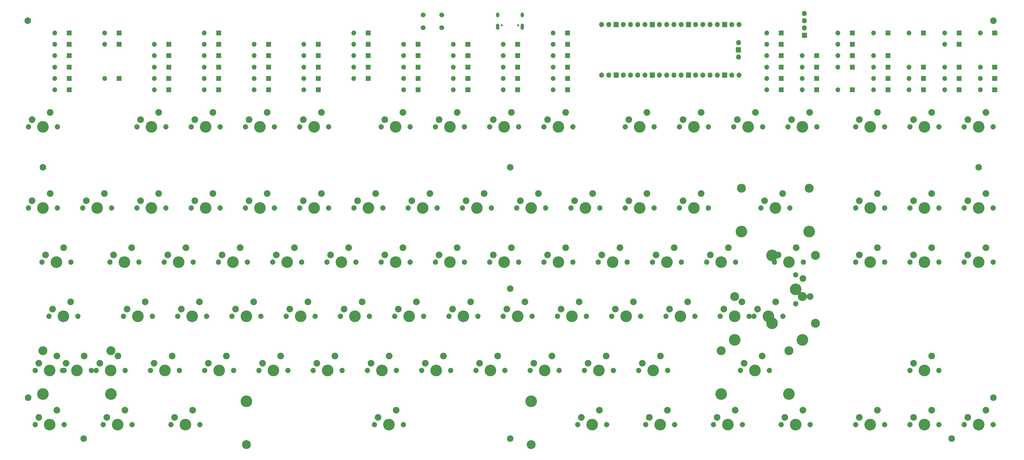
<source format=gbr>
%TF.GenerationSoftware,KiCad,Pcbnew,(5.1.9)-1*%
%TF.CreationDate,2021-04-15T20:32:39+01:00*%
%TF.ProjectId,ENV_KB,454e565f-4b42-42e6-9b69-6361645f7063,Rev.1*%
%TF.SameCoordinates,Original*%
%TF.FileFunction,Soldermask,Bot*%
%TF.FilePolarity,Negative*%
%FSLAX46Y46*%
G04 Gerber Fmt 4.6, Leading zero omitted, Abs format (unit mm)*
G04 Created by KiCad (PCBNEW (5.1.9)-1) date 2021-04-15 20:32:39*
%MOMM*%
%LPD*%
G01*
G04 APERTURE LIST*
%ADD10C,2.302000*%
%ADD11C,4.089800*%
%ADD12C,3.150000*%
%ADD13C,1.852000*%
%ADD14C,2.352000*%
%ADD15O,1.102000X1.702000*%
%ADD16C,0.752000*%
%ADD17O,1.102000X2.202000*%
%ADD18O,1.702000X1.702000*%
%ADD19C,1.702000*%
%ADD20O,1.802000X1.802000*%
%ADD21C,0.150000*%
G04 APERTURE END LIST*
D10*
%TO.C,H10*%
X473100000Y-161800000D03*
%TD*%
%TO.C,H9*%
X144550000Y-161800000D03*
%TD*%
%TO.C,H8*%
X308550000Y-204400000D03*
%TD*%
%TO.C,H7*%
X308550000Y-257150000D03*
%TD*%
%TO.C,H6*%
X308550000Y-161800000D03*
%TD*%
%TO.C,H5*%
X139350000Y-242750000D03*
%TD*%
D11*
%TO.C,K_63*%
X400570000Y-192737000D03*
X400570000Y-216613000D03*
D12*
X415810000Y-192737000D03*
X415810000Y-216613000D03*
D13*
X408825000Y-209755000D03*
X408825000Y-199595000D03*
D14*
X411365000Y-200865000D03*
D11*
X408825000Y-204675000D03*
D14*
X413905000Y-207215000D03*
%TD*%
%TO.C,K_64B1*%
X158990000Y-228170000D03*
D11*
X156450000Y-233250000D03*
D14*
X152640000Y-230710000D03*
D13*
X151370000Y-233250000D03*
X161530000Y-233250000D03*
D12*
X144543750Y-226265000D03*
X168356250Y-226265000D03*
D11*
X144543750Y-241505000D03*
X168356250Y-241505000D03*
%TD*%
D14*
%TO.C,K_63B1*%
X401840000Y-209090000D03*
D11*
X399300000Y-214170000D03*
D14*
X395490000Y-211630000D03*
D13*
X394220000Y-214170000D03*
X404380000Y-214170000D03*
D12*
X387393750Y-207185000D03*
X411206250Y-207185000D03*
D11*
X387393750Y-222425000D03*
X411206250Y-222425000D03*
%TD*%
D14*
%TO.C,K_46*%
X408990000Y-190045000D03*
D11*
X406450000Y-195125000D03*
D14*
X402640000Y-192585000D03*
D13*
X401370000Y-195125000D03*
X411530000Y-195125000D03*
%TD*%
D14*
%TO.C,K_33*%
X151827500Y-190070000D03*
D11*
X149287500Y-195150000D03*
D14*
X145477500Y-192610000D03*
D13*
X144207500Y-195150000D03*
X154367500Y-195150000D03*
%TD*%
D15*
%TO.C,J0*%
X304205000Y-108150000D03*
D16*
X305635000Y-111800000D03*
D15*
X312845000Y-108150000D03*
D16*
X311415000Y-111800000D03*
D17*
X312845000Y-112330000D03*
X304205000Y-112330000D03*
%TD*%
D14*
%TO.C,K_64*%
X149446250Y-228170000D03*
D11*
X146906250Y-233250000D03*
D14*
X143096250Y-230710000D03*
D13*
X141826250Y-233250000D03*
X151986250Y-233250000D03*
%TD*%
D14*
%TO.C,K_65*%
X170877500Y-228170000D03*
D11*
X168337500Y-233250000D03*
D14*
X164527500Y-230710000D03*
D13*
X163257500Y-233250000D03*
X173417500Y-233250000D03*
%TD*%
D14*
%TO.C,K_76*%
X397096250Y-228170000D03*
D11*
X394556250Y-233250000D03*
D14*
X390746250Y-230710000D03*
D13*
X389476250Y-233250000D03*
X399636250Y-233250000D03*
D12*
X382650000Y-226265000D03*
X406462500Y-226265000D03*
D11*
X382650000Y-241505000D03*
X406462500Y-241505000D03*
%TD*%
D14*
%TO.C,K_77*%
X456627500Y-228170000D03*
D11*
X454087500Y-233250000D03*
D14*
X450277500Y-230710000D03*
D13*
X449007500Y-233250000D03*
X459167500Y-233250000D03*
%TD*%
D14*
%TO.C,K_78*%
X149446250Y-247220000D03*
D11*
X146906250Y-252300000D03*
D14*
X143096250Y-249760000D03*
D13*
X141826250Y-252300000D03*
X151986250Y-252300000D03*
%TD*%
D11*
%TO.C,K_81*%
X315968650Y-244045000D03*
X215968850Y-244045000D03*
D12*
X315968650Y-259285000D03*
X215968850Y-259285000D03*
D13*
X271048750Y-252300000D03*
X260888750Y-252300000D03*
D14*
X262158750Y-249760000D03*
D11*
X265968750Y-252300000D03*
D14*
X268508750Y-247220000D03*
%TD*%
%TO.C,K_82*%
X339946250Y-247220000D03*
D11*
X337406250Y-252300000D03*
D14*
X333596250Y-249760000D03*
D13*
X332326250Y-252300000D03*
X342486250Y-252300000D03*
%TD*%
D14*
%TO.C,K_86*%
X437577500Y-247220000D03*
D11*
X435037500Y-252300000D03*
D14*
X431227500Y-249760000D03*
D13*
X429957500Y-252300000D03*
X440117500Y-252300000D03*
%TD*%
%TO.C,D63*%
G36*
G01*
X442081000Y-121700000D02*
X442081000Y-123300000D01*
G75*
G02*
X442030000Y-123351000I-51000J0D01*
G01*
X440430000Y-123351000D01*
G75*
G02*
X440379000Y-123300000I0J51000D01*
G01*
X440379000Y-121700000D01*
G75*
G02*
X440430000Y-121649000I51000J0D01*
G01*
X442030000Y-121649000D01*
G75*
G02*
X442081000Y-121700000I0J-51000D01*
G01*
G37*
D18*
X436150000Y-122500000D03*
%TD*%
D19*
%TO.C,SW-RST0*%
X284550000Y-112650000D03*
X284550000Y-108150000D03*
X278050000Y-112650000D03*
X278050000Y-108150000D03*
%TD*%
D10*
%TO.C,H4*%
X478300000Y-242750000D03*
%TD*%
%TO.C,H3*%
X158825000Y-257150000D03*
%TD*%
%TO.C,H2*%
X463615000Y-257150000D03*
%TD*%
%TO.C,H1*%
X478225000Y-110225000D03*
%TD*%
%TO.C,H0*%
X139150000Y-110225000D03*
%TD*%
D20*
%TO.C,I2CHeader0*%
X411900000Y-107680000D03*
X411900000Y-110220000D03*
X411900000Y-112760000D03*
G36*
G01*
X412801000Y-114450000D02*
X412801000Y-116150000D01*
G75*
G02*
X412750000Y-116201000I-51000J0D01*
G01*
X411050000Y-116201000D01*
G75*
G02*
X410999000Y-116150000I0J51000D01*
G01*
X410999000Y-114450000D01*
G75*
G02*
X411050000Y-114399000I51000J0D01*
G01*
X412750000Y-114399000D01*
G75*
G02*
X412801000Y-114450000I0J-51000D01*
G01*
G37*
%TD*%
D18*
%TO.C,D10*%
X411100000Y-134500000D03*
G36*
G01*
X417031000Y-133700000D02*
X417031000Y-135300000D01*
G75*
G02*
X416980000Y-135351000I-51000J0D01*
G01*
X415380000Y-135351000D01*
G75*
G02*
X415329000Y-135300000I0J51000D01*
G01*
X415329000Y-133700000D01*
G75*
G02*
X415380000Y-133649000I51000J0D01*
G01*
X416980000Y-133649000D01*
G75*
G02*
X417031000Y-133700000I0J-51000D01*
G01*
G37*
%TD*%
%TO.C,D11*%
X423650000Y-134500000D03*
G36*
G01*
X429581000Y-133700000D02*
X429581000Y-135300000D01*
G75*
G02*
X429530000Y-135351000I-51000J0D01*
G01*
X427930000Y-135351000D01*
G75*
G02*
X427879000Y-135300000I0J51000D01*
G01*
X427879000Y-133700000D01*
G75*
G02*
X427930000Y-133649000I51000J0D01*
G01*
X429530000Y-133649000D01*
G75*
G02*
X429581000Y-133700000I0J-51000D01*
G01*
G37*
%TD*%
D20*
%TO.C,RPI0*%
X340720000Y-129340000D03*
X343260000Y-129340000D03*
G36*
G01*
X346650000Y-130241000D02*
X344950000Y-130241000D01*
G75*
G02*
X344899000Y-130190000I0J51000D01*
G01*
X344899000Y-128490000D01*
G75*
G02*
X344950000Y-128439000I51000J0D01*
G01*
X346650000Y-128439000D01*
G75*
G02*
X346701000Y-128490000I0J-51000D01*
G01*
X346701000Y-130190000D01*
G75*
G02*
X346650000Y-130241000I-51000J0D01*
G01*
G37*
X348340000Y-129340000D03*
X350880000Y-129340000D03*
X353420000Y-129340000D03*
X355960000Y-129340000D03*
G36*
G01*
X359350000Y-130241000D02*
X357650000Y-130241000D01*
G75*
G02*
X357599000Y-130190000I0J51000D01*
G01*
X357599000Y-128490000D01*
G75*
G02*
X357650000Y-128439000I51000J0D01*
G01*
X359350000Y-128439000D01*
G75*
G02*
X359401000Y-128490000I0J-51000D01*
G01*
X359401000Y-130190000D01*
G75*
G02*
X359350000Y-130241000I-51000J0D01*
G01*
G37*
X361040000Y-129340000D03*
X363580000Y-129340000D03*
X366120000Y-129340000D03*
X368660000Y-129340000D03*
G36*
G01*
X372050000Y-130241000D02*
X370350000Y-130241000D01*
G75*
G02*
X370299000Y-130190000I0J51000D01*
G01*
X370299000Y-128490000D01*
G75*
G02*
X370350000Y-128439000I51000J0D01*
G01*
X372050000Y-128439000D01*
G75*
G02*
X372101000Y-128490000I0J-51000D01*
G01*
X372101000Y-130190000D01*
G75*
G02*
X372050000Y-130241000I-51000J0D01*
G01*
G37*
X373740000Y-129340000D03*
X376280000Y-129340000D03*
X378820000Y-129340000D03*
X381360000Y-129340000D03*
G36*
G01*
X384750000Y-130241000D02*
X383050000Y-130241000D01*
G75*
G02*
X382999000Y-130190000I0J51000D01*
G01*
X382999000Y-128490000D01*
G75*
G02*
X383050000Y-128439000I51000J0D01*
G01*
X384750000Y-128439000D01*
G75*
G02*
X384801000Y-128490000I0J-51000D01*
G01*
X384801000Y-130190000D01*
G75*
G02*
X384750000Y-130241000I-51000J0D01*
G01*
G37*
X386440000Y-129340000D03*
X388980000Y-129340000D03*
X388980000Y-111560000D03*
X386440000Y-111560000D03*
G36*
G01*
X384750000Y-112461000D02*
X383050000Y-112461000D01*
G75*
G02*
X382999000Y-112410000I0J51000D01*
G01*
X382999000Y-110710000D01*
G75*
G02*
X383050000Y-110659000I51000J0D01*
G01*
X384750000Y-110659000D01*
G75*
G02*
X384801000Y-110710000I0J-51000D01*
G01*
X384801000Y-112410000D01*
G75*
G02*
X384750000Y-112461000I-51000J0D01*
G01*
G37*
X381360000Y-111560000D03*
X378820000Y-111560000D03*
X376280000Y-111560000D03*
X373740000Y-111560000D03*
G36*
G01*
X372050000Y-112461000D02*
X370350000Y-112461000D01*
G75*
G02*
X370299000Y-112410000I0J51000D01*
G01*
X370299000Y-110710000D01*
G75*
G02*
X370350000Y-110659000I51000J0D01*
G01*
X372050000Y-110659000D01*
G75*
G02*
X372101000Y-110710000I0J-51000D01*
G01*
X372101000Y-112410000D01*
G75*
G02*
X372050000Y-112461000I-51000J0D01*
G01*
G37*
X368660000Y-111560000D03*
X366120000Y-111560000D03*
X363580000Y-111560000D03*
X361040000Y-111560000D03*
G36*
G01*
X359350000Y-112461000D02*
X357650000Y-112461000D01*
G75*
G02*
X357599000Y-112410000I0J51000D01*
G01*
X357599000Y-110710000D01*
G75*
G02*
X357650000Y-110659000I51000J0D01*
G01*
X359350000Y-110659000D01*
G75*
G02*
X359401000Y-110710000I0J-51000D01*
G01*
X359401000Y-112410000D01*
G75*
G02*
X359350000Y-112461000I-51000J0D01*
G01*
G37*
X355960000Y-111560000D03*
X353420000Y-111560000D03*
X350880000Y-111560000D03*
X348340000Y-111560000D03*
G36*
G01*
X346650000Y-112461000D02*
X344950000Y-112461000D01*
G75*
G02*
X344899000Y-112410000I0J51000D01*
G01*
X344899000Y-110710000D01*
G75*
G02*
X344950000Y-110659000I51000J0D01*
G01*
X346650000Y-110659000D01*
G75*
G02*
X346701000Y-110710000I0J-51000D01*
G01*
X346701000Y-112410000D01*
G75*
G02*
X346650000Y-112461000I-51000J0D01*
G01*
G37*
X343260000Y-111560000D03*
X340720000Y-111560000D03*
X388750000Y-122990000D03*
G36*
G01*
X389600000Y-121351000D02*
X387900000Y-121351000D01*
G75*
G02*
X387849000Y-121300000I0J51000D01*
G01*
X387849000Y-119600000D01*
G75*
G02*
X387900000Y-119549000I51000J0D01*
G01*
X389600000Y-119549000D01*
G75*
G02*
X389651000Y-119600000I0J-51000D01*
G01*
X389651000Y-121300000D01*
G75*
G02*
X389600000Y-121351000I-51000J0D01*
G01*
G37*
X388750000Y-117910000D03*
%TD*%
D14*
%TO.C,K_29*%
X404240000Y-171020000D03*
D11*
X401700000Y-176100000D03*
D14*
X397890000Y-173560000D03*
D13*
X396620000Y-176100000D03*
X406780000Y-176100000D03*
D12*
X389793750Y-169115000D03*
X413606250Y-169115000D03*
D11*
X389793750Y-184355000D03*
X413606250Y-184355000D03*
%TD*%
D14*
%TO.C,K_50*%
X154208750Y-209120000D03*
D11*
X151668750Y-214200000D03*
D14*
X147858750Y-211660000D03*
D13*
X146588750Y-214200000D03*
X156748750Y-214200000D03*
%TD*%
D14*
%TO.C,K_79*%
X173258750Y-247220000D03*
D11*
X170718750Y-252300000D03*
D14*
X166908750Y-249760000D03*
D13*
X165638750Y-252300000D03*
X175798750Y-252300000D03*
%TD*%
D14*
%TO.C,K_80*%
X197071250Y-247220000D03*
D11*
X194531250Y-252300000D03*
D14*
X190721250Y-249760000D03*
D13*
X189451250Y-252300000D03*
X199611250Y-252300000D03*
%TD*%
D14*
%TO.C,K_83*%
X363758750Y-247220000D03*
D11*
X361218750Y-252300000D03*
D14*
X357408750Y-249760000D03*
D13*
X356138750Y-252300000D03*
X366298750Y-252300000D03*
%TD*%
D14*
%TO.C,K_84*%
X387571250Y-247220000D03*
D11*
X385031250Y-252300000D03*
D14*
X381221250Y-249760000D03*
D13*
X379951250Y-252300000D03*
X390111250Y-252300000D03*
%TD*%
D14*
%TO.C,K_85*%
X411383750Y-247220000D03*
D11*
X408843750Y-252300000D03*
D14*
X405033750Y-249760000D03*
D13*
X403763750Y-252300000D03*
X413923750Y-252300000D03*
%TD*%
D14*
%TO.C,K_0*%
X147065000Y-142445000D03*
D11*
X144525000Y-147525000D03*
D14*
X140715000Y-144985000D03*
D13*
X139445000Y-147525000D03*
X149605000Y-147525000D03*
%TD*%
D14*
%TO.C,K_1*%
X185165000Y-142445000D03*
D11*
X182625000Y-147525000D03*
D14*
X178815000Y-144985000D03*
D13*
X177545000Y-147525000D03*
X187705000Y-147525000D03*
%TD*%
D14*
%TO.C,K_2*%
X204215000Y-142445000D03*
D11*
X201675000Y-147525000D03*
D14*
X197865000Y-144985000D03*
D13*
X196595000Y-147525000D03*
X206755000Y-147525000D03*
%TD*%
D14*
%TO.C,K_3*%
X223265000Y-142445000D03*
D11*
X220725000Y-147525000D03*
D14*
X216915000Y-144985000D03*
D13*
X215645000Y-147525000D03*
X225805000Y-147525000D03*
%TD*%
D14*
%TO.C,K_5*%
X270890000Y-142445000D03*
D11*
X268350000Y-147525000D03*
D14*
X264540000Y-144985000D03*
D13*
X263270000Y-147525000D03*
X273430000Y-147525000D03*
%TD*%
D14*
%TO.C,K_7*%
X308990000Y-142445000D03*
D11*
X306450000Y-147525000D03*
D14*
X302640000Y-144985000D03*
D13*
X301370000Y-147525000D03*
X311530000Y-147525000D03*
%TD*%
D14*
%TO.C,K_9*%
X356615000Y-142445000D03*
D11*
X354075000Y-147525000D03*
D14*
X350265000Y-144985000D03*
D13*
X348995000Y-147525000D03*
X359155000Y-147525000D03*
%TD*%
D14*
%TO.C,K_10*%
X375665000Y-142445000D03*
D11*
X373125000Y-147525000D03*
D14*
X369315000Y-144985000D03*
D13*
X368045000Y-147525000D03*
X378205000Y-147525000D03*
%TD*%
D14*
%TO.C,K_11*%
X394715000Y-142445000D03*
D11*
X392175000Y-147525000D03*
D14*
X388365000Y-144985000D03*
D13*
X387095000Y-147525000D03*
X397255000Y-147525000D03*
%TD*%
D14*
%TO.C,K_12*%
X413765000Y-142445000D03*
D11*
X411225000Y-147525000D03*
D14*
X407415000Y-144985000D03*
D13*
X406145000Y-147525000D03*
X416305000Y-147525000D03*
%TD*%
D14*
%TO.C,K_13*%
X437577500Y-142445000D03*
D11*
X435037500Y-147525000D03*
D14*
X431227500Y-144985000D03*
D13*
X429957500Y-147525000D03*
X440117500Y-147525000D03*
%TD*%
D14*
%TO.C,K_14*%
X456627500Y-142445000D03*
D11*
X454087500Y-147525000D03*
D14*
X450277500Y-144985000D03*
D13*
X449007500Y-147525000D03*
X459167500Y-147525000D03*
%TD*%
D14*
%TO.C,K_15*%
X475677500Y-142445000D03*
D11*
X473137500Y-147525000D03*
D14*
X469327500Y-144985000D03*
D13*
X468057500Y-147525000D03*
X478217500Y-147525000D03*
%TD*%
D14*
%TO.C,K_16*%
X147065000Y-171020000D03*
D11*
X144525000Y-176100000D03*
D14*
X140715000Y-173560000D03*
D13*
X139445000Y-176100000D03*
X149605000Y-176100000D03*
%TD*%
D14*
%TO.C,K_17*%
X166115000Y-171020000D03*
D11*
X163575000Y-176100000D03*
D14*
X159765000Y-173560000D03*
D13*
X158495000Y-176100000D03*
X168655000Y-176100000D03*
%TD*%
D14*
%TO.C,K_19*%
X204215000Y-171020000D03*
D11*
X201675000Y-176100000D03*
D14*
X197865000Y-173560000D03*
D13*
X196595000Y-176100000D03*
X206755000Y-176100000D03*
%TD*%
D14*
%TO.C,K_20*%
X223265000Y-171020000D03*
D11*
X220725000Y-176100000D03*
D14*
X216915000Y-173560000D03*
D13*
X215645000Y-176100000D03*
X225805000Y-176100000D03*
%TD*%
D14*
%TO.C,K_21*%
X242315000Y-171020000D03*
D11*
X239775000Y-176100000D03*
D14*
X235965000Y-173560000D03*
D13*
X234695000Y-176100000D03*
X244855000Y-176100000D03*
%TD*%
D14*
%TO.C,K_22*%
X261365000Y-171020000D03*
D11*
X258825000Y-176100000D03*
D14*
X255015000Y-173560000D03*
D13*
X253745000Y-176100000D03*
X263905000Y-176100000D03*
%TD*%
D14*
%TO.C,K_23*%
X280415000Y-171020000D03*
D11*
X277875000Y-176100000D03*
D14*
X274065000Y-173560000D03*
D13*
X272795000Y-176100000D03*
X282955000Y-176100000D03*
%TD*%
D14*
%TO.C,K_24*%
X299465000Y-171020000D03*
D11*
X296925000Y-176100000D03*
D14*
X293115000Y-173560000D03*
D13*
X291845000Y-176100000D03*
X302005000Y-176100000D03*
%TD*%
D14*
%TO.C,K_25*%
X318515000Y-171020000D03*
D11*
X315975000Y-176100000D03*
D14*
X312165000Y-173560000D03*
D13*
X310895000Y-176100000D03*
X321055000Y-176100000D03*
%TD*%
D14*
%TO.C,K_26*%
X337565000Y-171020000D03*
D11*
X335025000Y-176100000D03*
D14*
X331215000Y-173560000D03*
D13*
X329945000Y-176100000D03*
X340105000Y-176100000D03*
%TD*%
D14*
%TO.C,K_27*%
X356615000Y-171020000D03*
D11*
X354075000Y-176100000D03*
D14*
X350265000Y-173560000D03*
D13*
X348995000Y-176100000D03*
X359155000Y-176100000D03*
%TD*%
D14*
%TO.C,K_28*%
X375665000Y-171020000D03*
D11*
X373125000Y-176100000D03*
D14*
X369315000Y-173560000D03*
D13*
X368045000Y-176100000D03*
X378205000Y-176100000D03*
%TD*%
D14*
%TO.C,K_30*%
X437577500Y-171020000D03*
D11*
X435037500Y-176100000D03*
D14*
X431227500Y-173560000D03*
D13*
X429957500Y-176100000D03*
X440117500Y-176100000D03*
%TD*%
D14*
%TO.C,K_31*%
X456627500Y-171020000D03*
D11*
X454087500Y-176100000D03*
D14*
X450277500Y-173560000D03*
D13*
X449007500Y-176100000D03*
X459167500Y-176100000D03*
%TD*%
D14*
%TO.C,K_32*%
X475677500Y-171020000D03*
D11*
X473137500Y-176100000D03*
D14*
X469327500Y-173560000D03*
D13*
X468057500Y-176100000D03*
X478217500Y-176100000D03*
%TD*%
D14*
%TO.C,K_34*%
X175640000Y-190070000D03*
D11*
X173100000Y-195150000D03*
D14*
X169290000Y-192610000D03*
D13*
X168020000Y-195150000D03*
X178180000Y-195150000D03*
%TD*%
D14*
%TO.C,K_35*%
X194690000Y-190070000D03*
D11*
X192150000Y-195150000D03*
D14*
X188340000Y-192610000D03*
D13*
X187070000Y-195150000D03*
X197230000Y-195150000D03*
%TD*%
D14*
%TO.C,K_36*%
X213740000Y-190070000D03*
D11*
X211200000Y-195150000D03*
D14*
X207390000Y-192610000D03*
D13*
X206120000Y-195150000D03*
X216280000Y-195150000D03*
%TD*%
D14*
%TO.C,K_37*%
X232790000Y-190070000D03*
D11*
X230250000Y-195150000D03*
D14*
X226440000Y-192610000D03*
D13*
X225170000Y-195150000D03*
X235330000Y-195150000D03*
%TD*%
D14*
%TO.C,K_38*%
X251840000Y-190070000D03*
D11*
X249300000Y-195150000D03*
D14*
X245490000Y-192610000D03*
D13*
X244220000Y-195150000D03*
X254380000Y-195150000D03*
%TD*%
D14*
%TO.C,K_39*%
X270890000Y-190070000D03*
D11*
X268350000Y-195150000D03*
D14*
X264540000Y-192610000D03*
D13*
X263270000Y-195150000D03*
X273430000Y-195150000D03*
%TD*%
D14*
%TO.C,K_40*%
X289940000Y-190070000D03*
D11*
X287400000Y-195150000D03*
D14*
X283590000Y-192610000D03*
D13*
X282320000Y-195150000D03*
X292480000Y-195150000D03*
%TD*%
D14*
%TO.C,K_41*%
X308990000Y-190070000D03*
D11*
X306450000Y-195150000D03*
D14*
X302640000Y-192610000D03*
D13*
X301370000Y-195150000D03*
X311530000Y-195150000D03*
%TD*%
D14*
%TO.C,K_42*%
X328040000Y-190070000D03*
D11*
X325500000Y-195150000D03*
D14*
X321690000Y-192610000D03*
D13*
X320420000Y-195150000D03*
X330580000Y-195150000D03*
%TD*%
D14*
%TO.C,K_43*%
X347090000Y-190070000D03*
D11*
X344550000Y-195150000D03*
D14*
X340740000Y-192610000D03*
D13*
X339470000Y-195150000D03*
X349630000Y-195150000D03*
%TD*%
D14*
%TO.C,K_44*%
X366140000Y-190070000D03*
D11*
X363600000Y-195150000D03*
D14*
X359790000Y-192610000D03*
D13*
X358520000Y-195150000D03*
X368680000Y-195150000D03*
%TD*%
D14*
%TO.C,K_45*%
X385190000Y-190070000D03*
D11*
X382650000Y-195150000D03*
D14*
X378840000Y-192610000D03*
D13*
X377570000Y-195150000D03*
X387730000Y-195150000D03*
%TD*%
D14*
%TO.C,K_47*%
X437577500Y-190070000D03*
D11*
X435037500Y-195150000D03*
D14*
X431227500Y-192610000D03*
D13*
X429957500Y-195150000D03*
X440117500Y-195150000D03*
%TD*%
D14*
%TO.C,K_48*%
X456627500Y-190070000D03*
D11*
X454087500Y-195150000D03*
D14*
X450277500Y-192610000D03*
D13*
X449007500Y-195150000D03*
X459167500Y-195150000D03*
%TD*%
D14*
%TO.C,K_49*%
X475677500Y-190070000D03*
D11*
X473137500Y-195150000D03*
D14*
X469327500Y-192610000D03*
D13*
X468057500Y-195150000D03*
X478217500Y-195150000D03*
%TD*%
D14*
%TO.C,K_51*%
X180402500Y-209120000D03*
D11*
X177862500Y-214200000D03*
D14*
X174052500Y-211660000D03*
D13*
X172782500Y-214200000D03*
X182942500Y-214200000D03*
%TD*%
D14*
%TO.C,K_52*%
X199452500Y-209120000D03*
D11*
X196912500Y-214200000D03*
D14*
X193102500Y-211660000D03*
D13*
X191832500Y-214200000D03*
X201992500Y-214200000D03*
%TD*%
D14*
%TO.C,K_53*%
X218502500Y-209120000D03*
D11*
X215962500Y-214200000D03*
D14*
X212152500Y-211660000D03*
D13*
X210882500Y-214200000D03*
X221042500Y-214200000D03*
%TD*%
D14*
%TO.C,K_54*%
X237552500Y-209120000D03*
D11*
X235012500Y-214200000D03*
D14*
X231202500Y-211660000D03*
D13*
X229932500Y-214200000D03*
X240092500Y-214200000D03*
%TD*%
D14*
%TO.C,K_55*%
X256602500Y-209120000D03*
D11*
X254062500Y-214200000D03*
D14*
X250252500Y-211660000D03*
D13*
X248982500Y-214200000D03*
X259142500Y-214200000D03*
%TD*%
D14*
%TO.C,K_56*%
X275652500Y-209120000D03*
D11*
X273112500Y-214200000D03*
D14*
X269302500Y-211660000D03*
D13*
X268032500Y-214200000D03*
X278192500Y-214200000D03*
%TD*%
D14*
%TO.C,K_57*%
X294702500Y-209120000D03*
D11*
X292162500Y-214200000D03*
D14*
X288352500Y-211660000D03*
D13*
X287082500Y-214200000D03*
X297242500Y-214200000D03*
%TD*%
D14*
%TO.C,K_58*%
X313752500Y-209120000D03*
D11*
X311212500Y-214200000D03*
D14*
X307402500Y-211660000D03*
D13*
X306132500Y-214200000D03*
X316292500Y-214200000D03*
%TD*%
D14*
%TO.C,K_59*%
X332802500Y-209120000D03*
D11*
X330262500Y-214200000D03*
D14*
X326452500Y-211660000D03*
D13*
X325182500Y-214200000D03*
X335342500Y-214200000D03*
%TD*%
D14*
%TO.C,K_60*%
X351852500Y-209120000D03*
D11*
X349312500Y-214200000D03*
D14*
X345502500Y-211660000D03*
D13*
X344232500Y-214200000D03*
X354392500Y-214200000D03*
%TD*%
D14*
%TO.C,K_61*%
X370902500Y-209120000D03*
D11*
X368362500Y-214200000D03*
D14*
X364552500Y-211660000D03*
D13*
X363282500Y-214200000D03*
X373442500Y-214200000D03*
%TD*%
D14*
%TO.C,K_62*%
X389952500Y-209120000D03*
D11*
X387412500Y-214200000D03*
D14*
X383602500Y-211660000D03*
D13*
X382332500Y-214200000D03*
X392492500Y-214200000D03*
%TD*%
D14*
%TO.C,K_66*%
X189927500Y-228170000D03*
D11*
X187387500Y-233250000D03*
D14*
X183577500Y-230710000D03*
D13*
X182307500Y-233250000D03*
X192467500Y-233250000D03*
%TD*%
D14*
%TO.C,K_67*%
X208977500Y-228170000D03*
D11*
X206437500Y-233250000D03*
D14*
X202627500Y-230710000D03*
D13*
X201357500Y-233250000D03*
X211517500Y-233250000D03*
%TD*%
D14*
%TO.C,K_68*%
X228027500Y-228170000D03*
D11*
X225487500Y-233250000D03*
D14*
X221677500Y-230710000D03*
D13*
X220407500Y-233250000D03*
X230567500Y-233250000D03*
%TD*%
D14*
%TO.C,K_69*%
X247077500Y-228170000D03*
D11*
X244537500Y-233250000D03*
D14*
X240727500Y-230710000D03*
D13*
X239457500Y-233250000D03*
X249617500Y-233250000D03*
%TD*%
D14*
%TO.C,K_70*%
X266127500Y-228170000D03*
D11*
X263587500Y-233250000D03*
D14*
X259777500Y-230710000D03*
D13*
X258507500Y-233250000D03*
X268667500Y-233250000D03*
%TD*%
D14*
%TO.C,K_71*%
X285177500Y-228170000D03*
D11*
X282637500Y-233250000D03*
D14*
X278827500Y-230710000D03*
D13*
X277557500Y-233250000D03*
X287717500Y-233250000D03*
%TD*%
D14*
%TO.C,K_72*%
X304227500Y-228170000D03*
D11*
X301687500Y-233250000D03*
D14*
X297877500Y-230710000D03*
D13*
X296607500Y-233250000D03*
X306767500Y-233250000D03*
%TD*%
D14*
%TO.C,K_73*%
X323277500Y-228170000D03*
D11*
X320737500Y-233250000D03*
D14*
X316927500Y-230710000D03*
D13*
X315657500Y-233250000D03*
X325817500Y-233250000D03*
%TD*%
D14*
%TO.C,K_74*%
X342327500Y-228170000D03*
D11*
X339787500Y-233250000D03*
D14*
X335977500Y-230710000D03*
D13*
X334707500Y-233250000D03*
X344867500Y-233250000D03*
%TD*%
D14*
%TO.C,K_75*%
X361377500Y-228170000D03*
D11*
X358837500Y-233250000D03*
D14*
X355027500Y-230710000D03*
D13*
X353757500Y-233250000D03*
X363917500Y-233250000D03*
%TD*%
D14*
%TO.C,K_87*%
X456627500Y-247220000D03*
D11*
X454087500Y-252300000D03*
D14*
X450277500Y-249760000D03*
D13*
X449007500Y-252300000D03*
X459167500Y-252300000D03*
%TD*%
D14*
%TO.C,K_88*%
X475677500Y-247220000D03*
D11*
X473137500Y-252300000D03*
D14*
X469327500Y-249760000D03*
D13*
X468057500Y-252300000D03*
X478217500Y-252300000D03*
%TD*%
D14*
%TO.C,K_18*%
X185165000Y-171020000D03*
D11*
X182625000Y-176100000D03*
D14*
X178815000Y-173560000D03*
D13*
X177545000Y-176100000D03*
X187705000Y-176100000D03*
%TD*%
D14*
%TO.C,K_4*%
X242315000Y-142445000D03*
D11*
X239775000Y-147525000D03*
D14*
X235965000Y-144985000D03*
D13*
X234695000Y-147525000D03*
X244855000Y-147525000D03*
%TD*%
D14*
%TO.C,K_6*%
X289940000Y-142445000D03*
D11*
X287400000Y-147525000D03*
D14*
X283590000Y-144985000D03*
D13*
X282320000Y-147525000D03*
X292480000Y-147525000D03*
%TD*%
D14*
%TO.C,K_8*%
X328040000Y-142445000D03*
D11*
X325500000Y-147525000D03*
D14*
X321690000Y-144985000D03*
D13*
X320420000Y-147525000D03*
X330580000Y-147525000D03*
%TD*%
D18*
%TO.C,D0*%
X148650000Y-134500000D03*
G36*
G01*
X154581000Y-133700000D02*
X154581000Y-135300000D01*
G75*
G02*
X154530000Y-135351000I-51000J0D01*
G01*
X152930000Y-135351000D01*
G75*
G02*
X152879000Y-135300000I0J51000D01*
G01*
X152879000Y-133700000D01*
G75*
G02*
X152930000Y-133649000I51000J0D01*
G01*
X154530000Y-133649000D01*
G75*
G02*
X154581000Y-133700000I0J-51000D01*
G01*
G37*
%TD*%
%TO.C,D1*%
X183650000Y-134500000D03*
G36*
G01*
X189581000Y-133700000D02*
X189581000Y-135300000D01*
G75*
G02*
X189530000Y-135351000I-51000J0D01*
G01*
X187930000Y-135351000D01*
G75*
G02*
X187879000Y-135300000I0J51000D01*
G01*
X187879000Y-133700000D01*
G75*
G02*
X187930000Y-133649000I51000J0D01*
G01*
X189530000Y-133649000D01*
G75*
G02*
X189581000Y-133700000I0J-51000D01*
G01*
G37*
%TD*%
%TO.C,D2*%
X201150000Y-134500000D03*
G36*
G01*
X207081000Y-133700000D02*
X207081000Y-135300000D01*
G75*
G02*
X207030000Y-135351000I-51000J0D01*
G01*
X205430000Y-135351000D01*
G75*
G02*
X205379000Y-135300000I0J51000D01*
G01*
X205379000Y-133700000D01*
G75*
G02*
X205430000Y-133649000I51000J0D01*
G01*
X207030000Y-133649000D01*
G75*
G02*
X207081000Y-133700000I0J-51000D01*
G01*
G37*
%TD*%
%TO.C,D3*%
X218650000Y-134500000D03*
G36*
G01*
X224581000Y-133700000D02*
X224581000Y-135300000D01*
G75*
G02*
X224530000Y-135351000I-51000J0D01*
G01*
X222930000Y-135351000D01*
G75*
G02*
X222879000Y-135300000I0J51000D01*
G01*
X222879000Y-133700000D01*
G75*
G02*
X222930000Y-133649000I51000J0D01*
G01*
X224530000Y-133649000D01*
G75*
G02*
X224581000Y-133700000I0J-51000D01*
G01*
G37*
%TD*%
%TO.C,D4*%
X236150000Y-134500000D03*
G36*
G01*
X242081000Y-133700000D02*
X242081000Y-135300000D01*
G75*
G02*
X242030000Y-135351000I-51000J0D01*
G01*
X240430000Y-135351000D01*
G75*
G02*
X240379000Y-135300000I0J51000D01*
G01*
X240379000Y-133700000D01*
G75*
G02*
X240430000Y-133649000I51000J0D01*
G01*
X242030000Y-133649000D01*
G75*
G02*
X242081000Y-133700000I0J-51000D01*
G01*
G37*
%TD*%
%TO.C,D5*%
X271150000Y-134500000D03*
G36*
G01*
X277081000Y-133700000D02*
X277081000Y-135300000D01*
G75*
G02*
X277030000Y-135351000I-51000J0D01*
G01*
X275430000Y-135351000D01*
G75*
G02*
X275379000Y-135300000I0J51000D01*
G01*
X275379000Y-133700000D01*
G75*
G02*
X275430000Y-133649000I51000J0D01*
G01*
X277030000Y-133649000D01*
G75*
G02*
X277081000Y-133700000I0J-51000D01*
G01*
G37*
%TD*%
%TO.C,D6*%
X288650000Y-134500000D03*
G36*
G01*
X294581000Y-133700000D02*
X294581000Y-135300000D01*
G75*
G02*
X294530000Y-135351000I-51000J0D01*
G01*
X292930000Y-135351000D01*
G75*
G02*
X292879000Y-135300000I0J51000D01*
G01*
X292879000Y-133700000D01*
G75*
G02*
X292930000Y-133649000I51000J0D01*
G01*
X294530000Y-133649000D01*
G75*
G02*
X294581000Y-133700000I0J-51000D01*
G01*
G37*
%TD*%
%TO.C,D9*%
X398650000Y-134500000D03*
G36*
G01*
X404581000Y-133700000D02*
X404581000Y-135300000D01*
G75*
G02*
X404530000Y-135351000I-51000J0D01*
G01*
X402930000Y-135351000D01*
G75*
G02*
X402879000Y-135300000I0J51000D01*
G01*
X402879000Y-133700000D01*
G75*
G02*
X402930000Y-133649000I51000J0D01*
G01*
X404530000Y-133649000D01*
G75*
G02*
X404581000Y-133700000I0J-51000D01*
G01*
G37*
%TD*%
%TO.C,D12*%
X436150000Y-134500000D03*
G36*
G01*
X442081000Y-133700000D02*
X442081000Y-135300000D01*
G75*
G02*
X442030000Y-135351000I-51000J0D01*
G01*
X440430000Y-135351000D01*
G75*
G02*
X440379000Y-135300000I0J51000D01*
G01*
X440379000Y-133700000D01*
G75*
G02*
X440430000Y-133649000I51000J0D01*
G01*
X442030000Y-133649000D01*
G75*
G02*
X442081000Y-133700000I0J-51000D01*
G01*
G37*
%TD*%
%TO.C,D13*%
X448650000Y-134500000D03*
G36*
G01*
X454581000Y-133700000D02*
X454581000Y-135300000D01*
G75*
G02*
X454530000Y-135351000I-51000J0D01*
G01*
X452930000Y-135351000D01*
G75*
G02*
X452879000Y-135300000I0J51000D01*
G01*
X452879000Y-133700000D01*
G75*
G02*
X452930000Y-133649000I51000J0D01*
G01*
X454530000Y-133649000D01*
G75*
G02*
X454581000Y-133700000I0J-51000D01*
G01*
G37*
%TD*%
%TO.C,D14*%
X461150000Y-134500000D03*
G36*
G01*
X467081000Y-133700000D02*
X467081000Y-135300000D01*
G75*
G02*
X467030000Y-135351000I-51000J0D01*
G01*
X465430000Y-135351000D01*
G75*
G02*
X465379000Y-135300000I0J51000D01*
G01*
X465379000Y-133700000D01*
G75*
G02*
X465430000Y-133649000I51000J0D01*
G01*
X467030000Y-133649000D01*
G75*
G02*
X467081000Y-133700000I0J-51000D01*
G01*
G37*
%TD*%
%TO.C,D15*%
X473650000Y-134500000D03*
G36*
G01*
X479581000Y-133700000D02*
X479581000Y-135300000D01*
G75*
G02*
X479530000Y-135351000I-51000J0D01*
G01*
X477930000Y-135351000D01*
G75*
G02*
X477879000Y-135300000I0J51000D01*
G01*
X477879000Y-133700000D01*
G75*
G02*
X477930000Y-133649000I51000J0D01*
G01*
X479530000Y-133649000D01*
G75*
G02*
X479581000Y-133700000I0J-51000D01*
G01*
G37*
%TD*%
%TO.C,D16*%
X148650000Y-130500000D03*
G36*
G01*
X154581000Y-129700000D02*
X154581000Y-131300000D01*
G75*
G02*
X154530000Y-131351000I-51000J0D01*
G01*
X152930000Y-131351000D01*
G75*
G02*
X152879000Y-131300000I0J51000D01*
G01*
X152879000Y-129700000D01*
G75*
G02*
X152930000Y-129649000I51000J0D01*
G01*
X154530000Y-129649000D01*
G75*
G02*
X154581000Y-129700000I0J-51000D01*
G01*
G37*
%TD*%
%TO.C,D17*%
X166150000Y-130500000D03*
G36*
G01*
X172081000Y-129700000D02*
X172081000Y-131300000D01*
G75*
G02*
X172030000Y-131351000I-51000J0D01*
G01*
X170430000Y-131351000D01*
G75*
G02*
X170379000Y-131300000I0J51000D01*
G01*
X170379000Y-129700000D01*
G75*
G02*
X170430000Y-129649000I51000J0D01*
G01*
X172030000Y-129649000D01*
G75*
G02*
X172081000Y-129700000I0J-51000D01*
G01*
G37*
%TD*%
%TO.C,D18*%
X183650000Y-130500000D03*
G36*
G01*
X189581000Y-129700000D02*
X189581000Y-131300000D01*
G75*
G02*
X189530000Y-131351000I-51000J0D01*
G01*
X187930000Y-131351000D01*
G75*
G02*
X187879000Y-131300000I0J51000D01*
G01*
X187879000Y-129700000D01*
G75*
G02*
X187930000Y-129649000I51000J0D01*
G01*
X189530000Y-129649000D01*
G75*
G02*
X189581000Y-129700000I0J-51000D01*
G01*
G37*
%TD*%
%TO.C,D19*%
X201150000Y-130500000D03*
G36*
G01*
X207081000Y-129700000D02*
X207081000Y-131300000D01*
G75*
G02*
X207030000Y-131351000I-51000J0D01*
G01*
X205430000Y-131351000D01*
G75*
G02*
X205379000Y-131300000I0J51000D01*
G01*
X205379000Y-129700000D01*
G75*
G02*
X205430000Y-129649000I51000J0D01*
G01*
X207030000Y-129649000D01*
G75*
G02*
X207081000Y-129700000I0J-51000D01*
G01*
G37*
%TD*%
%TO.C,D20*%
X218650000Y-130500000D03*
G36*
G01*
X224581000Y-129700000D02*
X224581000Y-131300000D01*
G75*
G02*
X224530000Y-131351000I-51000J0D01*
G01*
X222930000Y-131351000D01*
G75*
G02*
X222879000Y-131300000I0J51000D01*
G01*
X222879000Y-129700000D01*
G75*
G02*
X222930000Y-129649000I51000J0D01*
G01*
X224530000Y-129649000D01*
G75*
G02*
X224581000Y-129700000I0J-51000D01*
G01*
G37*
%TD*%
%TO.C,D21*%
X236150000Y-130500000D03*
G36*
G01*
X242081000Y-129700000D02*
X242081000Y-131300000D01*
G75*
G02*
X242030000Y-131351000I-51000J0D01*
G01*
X240430000Y-131351000D01*
G75*
G02*
X240379000Y-131300000I0J51000D01*
G01*
X240379000Y-129700000D01*
G75*
G02*
X240430000Y-129649000I51000J0D01*
G01*
X242030000Y-129649000D01*
G75*
G02*
X242081000Y-129700000I0J-51000D01*
G01*
G37*
%TD*%
%TO.C,D22*%
X253650000Y-130500000D03*
G36*
G01*
X259581000Y-129700000D02*
X259581000Y-131300000D01*
G75*
G02*
X259530000Y-131351000I-51000J0D01*
G01*
X257930000Y-131351000D01*
G75*
G02*
X257879000Y-131300000I0J51000D01*
G01*
X257879000Y-129700000D01*
G75*
G02*
X257930000Y-129649000I51000J0D01*
G01*
X259530000Y-129649000D01*
G75*
G02*
X259581000Y-129700000I0J-51000D01*
G01*
G37*
%TD*%
%TO.C,D23*%
X271150000Y-130500000D03*
G36*
G01*
X277081000Y-129700000D02*
X277081000Y-131300000D01*
G75*
G02*
X277030000Y-131351000I-51000J0D01*
G01*
X275430000Y-131351000D01*
G75*
G02*
X275379000Y-131300000I0J51000D01*
G01*
X275379000Y-129700000D01*
G75*
G02*
X275430000Y-129649000I51000J0D01*
G01*
X277030000Y-129649000D01*
G75*
G02*
X277081000Y-129700000I0J-51000D01*
G01*
G37*
%TD*%
%TO.C,D24*%
X288650000Y-130500000D03*
G36*
G01*
X294581000Y-129700000D02*
X294581000Y-131300000D01*
G75*
G02*
X294530000Y-131351000I-51000J0D01*
G01*
X292930000Y-131351000D01*
G75*
G02*
X292879000Y-131300000I0J51000D01*
G01*
X292879000Y-129700000D01*
G75*
G02*
X292930000Y-129649000I51000J0D01*
G01*
X294530000Y-129649000D01*
G75*
G02*
X294581000Y-129700000I0J-51000D01*
G01*
G37*
%TD*%
%TO.C,D25*%
X306150000Y-130500000D03*
G36*
G01*
X312081000Y-129700000D02*
X312081000Y-131300000D01*
G75*
G02*
X312030000Y-131351000I-51000J0D01*
G01*
X310430000Y-131351000D01*
G75*
G02*
X310379000Y-131300000I0J51000D01*
G01*
X310379000Y-129700000D01*
G75*
G02*
X310430000Y-129649000I51000J0D01*
G01*
X312030000Y-129649000D01*
G75*
G02*
X312081000Y-129700000I0J-51000D01*
G01*
G37*
%TD*%
%TO.C,D26*%
X323650000Y-130500000D03*
G36*
G01*
X329581000Y-129700000D02*
X329581000Y-131300000D01*
G75*
G02*
X329530000Y-131351000I-51000J0D01*
G01*
X327930000Y-131351000D01*
G75*
G02*
X327879000Y-131300000I0J51000D01*
G01*
X327879000Y-129700000D01*
G75*
G02*
X327930000Y-129649000I51000J0D01*
G01*
X329530000Y-129649000D01*
G75*
G02*
X329581000Y-129700000I0J-51000D01*
G01*
G37*
%TD*%
%TO.C,D27*%
X398650000Y-130500000D03*
G36*
G01*
X404581000Y-129700000D02*
X404581000Y-131300000D01*
G75*
G02*
X404530000Y-131351000I-51000J0D01*
G01*
X402930000Y-131351000D01*
G75*
G02*
X402879000Y-131300000I0J51000D01*
G01*
X402879000Y-129700000D01*
G75*
G02*
X402930000Y-129649000I51000J0D01*
G01*
X404530000Y-129649000D01*
G75*
G02*
X404581000Y-129700000I0J-51000D01*
G01*
G37*
%TD*%
%TO.C,D28*%
X411150000Y-130500000D03*
G36*
G01*
X417081000Y-129700000D02*
X417081000Y-131300000D01*
G75*
G02*
X417030000Y-131351000I-51000J0D01*
G01*
X415430000Y-131351000D01*
G75*
G02*
X415379000Y-131300000I0J51000D01*
G01*
X415379000Y-129700000D01*
G75*
G02*
X415430000Y-129649000I51000J0D01*
G01*
X417030000Y-129649000D01*
G75*
G02*
X417081000Y-129700000I0J-51000D01*
G01*
G37*
%TD*%
%TO.C,D29*%
X436150000Y-130500000D03*
G36*
G01*
X442081000Y-129700000D02*
X442081000Y-131300000D01*
G75*
G02*
X442030000Y-131351000I-51000J0D01*
G01*
X440430000Y-131351000D01*
G75*
G02*
X440379000Y-131300000I0J51000D01*
G01*
X440379000Y-129700000D01*
G75*
G02*
X440430000Y-129649000I51000J0D01*
G01*
X442030000Y-129649000D01*
G75*
G02*
X442081000Y-129700000I0J-51000D01*
G01*
G37*
%TD*%
%TO.C,D30*%
X448650000Y-130500000D03*
G36*
G01*
X454581000Y-129700000D02*
X454581000Y-131300000D01*
G75*
G02*
X454530000Y-131351000I-51000J0D01*
G01*
X452930000Y-131351000D01*
G75*
G02*
X452879000Y-131300000I0J51000D01*
G01*
X452879000Y-129700000D01*
G75*
G02*
X452930000Y-129649000I51000J0D01*
G01*
X454530000Y-129649000D01*
G75*
G02*
X454581000Y-129700000I0J-51000D01*
G01*
G37*
%TD*%
%TO.C,D31*%
X461150000Y-130500000D03*
G36*
G01*
X467081000Y-129700000D02*
X467081000Y-131300000D01*
G75*
G02*
X467030000Y-131351000I-51000J0D01*
G01*
X465430000Y-131351000D01*
G75*
G02*
X465379000Y-131300000I0J51000D01*
G01*
X465379000Y-129700000D01*
G75*
G02*
X465430000Y-129649000I51000J0D01*
G01*
X467030000Y-129649000D01*
G75*
G02*
X467081000Y-129700000I0J-51000D01*
G01*
G37*
%TD*%
%TO.C,D32*%
X473650000Y-130500000D03*
G36*
G01*
X479581000Y-129700000D02*
X479581000Y-131300000D01*
G75*
G02*
X479530000Y-131351000I-51000J0D01*
G01*
X477930000Y-131351000D01*
G75*
G02*
X477879000Y-131300000I0J51000D01*
G01*
X477879000Y-129700000D01*
G75*
G02*
X477930000Y-129649000I51000J0D01*
G01*
X479530000Y-129649000D01*
G75*
G02*
X479581000Y-129700000I0J-51000D01*
G01*
G37*
%TD*%
%TO.C,D33*%
X148650000Y-126500000D03*
G36*
G01*
X154581000Y-125700000D02*
X154581000Y-127300000D01*
G75*
G02*
X154530000Y-127351000I-51000J0D01*
G01*
X152930000Y-127351000D01*
G75*
G02*
X152879000Y-127300000I0J51000D01*
G01*
X152879000Y-125700000D01*
G75*
G02*
X152930000Y-125649000I51000J0D01*
G01*
X154530000Y-125649000D01*
G75*
G02*
X154581000Y-125700000I0J-51000D01*
G01*
G37*
%TD*%
%TO.C,D34*%
X183650000Y-126500000D03*
G36*
G01*
X189581000Y-125700000D02*
X189581000Y-127300000D01*
G75*
G02*
X189530000Y-127351000I-51000J0D01*
G01*
X187930000Y-127351000D01*
G75*
G02*
X187879000Y-127300000I0J51000D01*
G01*
X187879000Y-125700000D01*
G75*
G02*
X187930000Y-125649000I51000J0D01*
G01*
X189530000Y-125649000D01*
G75*
G02*
X189581000Y-125700000I0J-51000D01*
G01*
G37*
%TD*%
%TO.C,D35*%
X201150000Y-126500000D03*
G36*
G01*
X207081000Y-125700000D02*
X207081000Y-127300000D01*
G75*
G02*
X207030000Y-127351000I-51000J0D01*
G01*
X205430000Y-127351000D01*
G75*
G02*
X205379000Y-127300000I0J51000D01*
G01*
X205379000Y-125700000D01*
G75*
G02*
X205430000Y-125649000I51000J0D01*
G01*
X207030000Y-125649000D01*
G75*
G02*
X207081000Y-125700000I0J-51000D01*
G01*
G37*
%TD*%
%TO.C,D36*%
X218650000Y-126500000D03*
G36*
G01*
X224581000Y-125700000D02*
X224581000Y-127300000D01*
G75*
G02*
X224530000Y-127351000I-51000J0D01*
G01*
X222930000Y-127351000D01*
G75*
G02*
X222879000Y-127300000I0J51000D01*
G01*
X222879000Y-125700000D01*
G75*
G02*
X222930000Y-125649000I51000J0D01*
G01*
X224530000Y-125649000D01*
G75*
G02*
X224581000Y-125700000I0J-51000D01*
G01*
G37*
%TD*%
%TO.C,D37*%
X236150000Y-126500000D03*
G36*
G01*
X242081000Y-125700000D02*
X242081000Y-127300000D01*
G75*
G02*
X242030000Y-127351000I-51000J0D01*
G01*
X240430000Y-127351000D01*
G75*
G02*
X240379000Y-127300000I0J51000D01*
G01*
X240379000Y-125700000D01*
G75*
G02*
X240430000Y-125649000I51000J0D01*
G01*
X242030000Y-125649000D01*
G75*
G02*
X242081000Y-125700000I0J-51000D01*
G01*
G37*
%TD*%
%TO.C,D38*%
X253650000Y-126500000D03*
G36*
G01*
X259581000Y-125700000D02*
X259581000Y-127300000D01*
G75*
G02*
X259530000Y-127351000I-51000J0D01*
G01*
X257930000Y-127351000D01*
G75*
G02*
X257879000Y-127300000I0J51000D01*
G01*
X257879000Y-125700000D01*
G75*
G02*
X257930000Y-125649000I51000J0D01*
G01*
X259530000Y-125649000D01*
G75*
G02*
X259581000Y-125700000I0J-51000D01*
G01*
G37*
%TD*%
%TO.C,D39*%
X271150000Y-126500000D03*
G36*
G01*
X277081000Y-125700000D02*
X277081000Y-127300000D01*
G75*
G02*
X277030000Y-127351000I-51000J0D01*
G01*
X275430000Y-127351000D01*
G75*
G02*
X275379000Y-127300000I0J51000D01*
G01*
X275379000Y-125700000D01*
G75*
G02*
X275430000Y-125649000I51000J0D01*
G01*
X277030000Y-125649000D01*
G75*
G02*
X277081000Y-125700000I0J-51000D01*
G01*
G37*
%TD*%
%TO.C,D40*%
X288650000Y-126500000D03*
G36*
G01*
X294581000Y-125700000D02*
X294581000Y-127300000D01*
G75*
G02*
X294530000Y-127351000I-51000J0D01*
G01*
X292930000Y-127351000D01*
G75*
G02*
X292879000Y-127300000I0J51000D01*
G01*
X292879000Y-125700000D01*
G75*
G02*
X292930000Y-125649000I51000J0D01*
G01*
X294530000Y-125649000D01*
G75*
G02*
X294581000Y-125700000I0J-51000D01*
G01*
G37*
%TD*%
%TO.C,D41*%
X306150000Y-126500000D03*
G36*
G01*
X312081000Y-125700000D02*
X312081000Y-127300000D01*
G75*
G02*
X312030000Y-127351000I-51000J0D01*
G01*
X310430000Y-127351000D01*
G75*
G02*
X310379000Y-127300000I0J51000D01*
G01*
X310379000Y-125700000D01*
G75*
G02*
X310430000Y-125649000I51000J0D01*
G01*
X312030000Y-125649000D01*
G75*
G02*
X312081000Y-125700000I0J-51000D01*
G01*
G37*
%TD*%
%TO.C,D42*%
X323650000Y-126500000D03*
G36*
G01*
X329581000Y-125700000D02*
X329581000Y-127300000D01*
G75*
G02*
X329530000Y-127351000I-51000J0D01*
G01*
X327930000Y-127351000D01*
G75*
G02*
X327879000Y-127300000I0J51000D01*
G01*
X327879000Y-125700000D01*
G75*
G02*
X327930000Y-125649000I51000J0D01*
G01*
X329530000Y-125649000D01*
G75*
G02*
X329581000Y-125700000I0J-51000D01*
G01*
G37*
%TD*%
%TO.C,D43*%
X398650000Y-126500000D03*
G36*
G01*
X404581000Y-125700000D02*
X404581000Y-127300000D01*
G75*
G02*
X404530000Y-127351000I-51000J0D01*
G01*
X402930000Y-127351000D01*
G75*
G02*
X402879000Y-127300000I0J51000D01*
G01*
X402879000Y-125700000D01*
G75*
G02*
X402930000Y-125649000I51000J0D01*
G01*
X404530000Y-125649000D01*
G75*
G02*
X404581000Y-125700000I0J-51000D01*
G01*
G37*
%TD*%
%TO.C,D44*%
X411150000Y-126500000D03*
G36*
G01*
X417081000Y-125700000D02*
X417081000Y-127300000D01*
G75*
G02*
X417030000Y-127351000I-51000J0D01*
G01*
X415430000Y-127351000D01*
G75*
G02*
X415379000Y-127300000I0J51000D01*
G01*
X415379000Y-125700000D01*
G75*
G02*
X415430000Y-125649000I51000J0D01*
G01*
X417030000Y-125649000D01*
G75*
G02*
X417081000Y-125700000I0J-51000D01*
G01*
G37*
%TD*%
%TO.C,D45*%
X423650000Y-126500000D03*
G36*
G01*
X429581000Y-125700000D02*
X429581000Y-127300000D01*
G75*
G02*
X429530000Y-127351000I-51000J0D01*
G01*
X427930000Y-127351000D01*
G75*
G02*
X427879000Y-127300000I0J51000D01*
G01*
X427879000Y-125700000D01*
G75*
G02*
X427930000Y-125649000I51000J0D01*
G01*
X429530000Y-125649000D01*
G75*
G02*
X429581000Y-125700000I0J-51000D01*
G01*
G37*
%TD*%
%TO.C,D46*%
X436150000Y-126500000D03*
G36*
G01*
X442081000Y-125700000D02*
X442081000Y-127300000D01*
G75*
G02*
X442030000Y-127351000I-51000J0D01*
G01*
X440430000Y-127351000D01*
G75*
G02*
X440379000Y-127300000I0J51000D01*
G01*
X440379000Y-125700000D01*
G75*
G02*
X440430000Y-125649000I51000J0D01*
G01*
X442030000Y-125649000D01*
G75*
G02*
X442081000Y-125700000I0J-51000D01*
G01*
G37*
%TD*%
%TO.C,D47*%
X448650000Y-126500000D03*
G36*
G01*
X454581000Y-125700000D02*
X454581000Y-127300000D01*
G75*
G02*
X454530000Y-127351000I-51000J0D01*
G01*
X452930000Y-127351000D01*
G75*
G02*
X452879000Y-127300000I0J51000D01*
G01*
X452879000Y-125700000D01*
G75*
G02*
X452930000Y-125649000I51000J0D01*
G01*
X454530000Y-125649000D01*
G75*
G02*
X454581000Y-125700000I0J-51000D01*
G01*
G37*
%TD*%
%TO.C,D48*%
X461150000Y-126500000D03*
G36*
G01*
X467081000Y-125700000D02*
X467081000Y-127300000D01*
G75*
G02*
X467030000Y-127351000I-51000J0D01*
G01*
X465430000Y-127351000D01*
G75*
G02*
X465379000Y-127300000I0J51000D01*
G01*
X465379000Y-125700000D01*
G75*
G02*
X465430000Y-125649000I51000J0D01*
G01*
X467030000Y-125649000D01*
G75*
G02*
X467081000Y-125700000I0J-51000D01*
G01*
G37*
%TD*%
%TO.C,D49*%
X473650000Y-126500000D03*
G36*
G01*
X479581000Y-125700000D02*
X479581000Y-127300000D01*
G75*
G02*
X479530000Y-127351000I-51000J0D01*
G01*
X477930000Y-127351000D01*
G75*
G02*
X477879000Y-127300000I0J51000D01*
G01*
X477879000Y-125700000D01*
G75*
G02*
X477930000Y-125649000I51000J0D01*
G01*
X479530000Y-125649000D01*
G75*
G02*
X479581000Y-125700000I0J-51000D01*
G01*
G37*
%TD*%
%TO.C,D50*%
X148650000Y-122500000D03*
G36*
G01*
X154581000Y-121700000D02*
X154581000Y-123300000D01*
G75*
G02*
X154530000Y-123351000I-51000J0D01*
G01*
X152930000Y-123351000D01*
G75*
G02*
X152879000Y-123300000I0J51000D01*
G01*
X152879000Y-121700000D01*
G75*
G02*
X152930000Y-121649000I51000J0D01*
G01*
X154530000Y-121649000D01*
G75*
G02*
X154581000Y-121700000I0J-51000D01*
G01*
G37*
%TD*%
%TO.C,D51*%
X183650000Y-122500000D03*
G36*
G01*
X189581000Y-121700000D02*
X189581000Y-123300000D01*
G75*
G02*
X189530000Y-123351000I-51000J0D01*
G01*
X187930000Y-123351000D01*
G75*
G02*
X187879000Y-123300000I0J51000D01*
G01*
X187879000Y-121700000D01*
G75*
G02*
X187930000Y-121649000I51000J0D01*
G01*
X189530000Y-121649000D01*
G75*
G02*
X189581000Y-121700000I0J-51000D01*
G01*
G37*
%TD*%
%TO.C,D52*%
X201150000Y-122500000D03*
G36*
G01*
X207081000Y-121700000D02*
X207081000Y-123300000D01*
G75*
G02*
X207030000Y-123351000I-51000J0D01*
G01*
X205430000Y-123351000D01*
G75*
G02*
X205379000Y-123300000I0J51000D01*
G01*
X205379000Y-121700000D01*
G75*
G02*
X205430000Y-121649000I51000J0D01*
G01*
X207030000Y-121649000D01*
G75*
G02*
X207081000Y-121700000I0J-51000D01*
G01*
G37*
%TD*%
%TO.C,D53*%
X218650000Y-122500000D03*
G36*
G01*
X224581000Y-121700000D02*
X224581000Y-123300000D01*
G75*
G02*
X224530000Y-123351000I-51000J0D01*
G01*
X222930000Y-123351000D01*
G75*
G02*
X222879000Y-123300000I0J51000D01*
G01*
X222879000Y-121700000D01*
G75*
G02*
X222930000Y-121649000I51000J0D01*
G01*
X224530000Y-121649000D01*
G75*
G02*
X224581000Y-121700000I0J-51000D01*
G01*
G37*
%TD*%
%TO.C,D54*%
X236150000Y-122500000D03*
G36*
G01*
X242081000Y-121700000D02*
X242081000Y-123300000D01*
G75*
G02*
X242030000Y-123351000I-51000J0D01*
G01*
X240430000Y-123351000D01*
G75*
G02*
X240379000Y-123300000I0J51000D01*
G01*
X240379000Y-121700000D01*
G75*
G02*
X240430000Y-121649000I51000J0D01*
G01*
X242030000Y-121649000D01*
G75*
G02*
X242081000Y-121700000I0J-51000D01*
G01*
G37*
%TD*%
%TO.C,D55*%
X253650000Y-122500000D03*
G36*
G01*
X259581000Y-121700000D02*
X259581000Y-123300000D01*
G75*
G02*
X259530000Y-123351000I-51000J0D01*
G01*
X257930000Y-123351000D01*
G75*
G02*
X257879000Y-123300000I0J51000D01*
G01*
X257879000Y-121700000D01*
G75*
G02*
X257930000Y-121649000I51000J0D01*
G01*
X259530000Y-121649000D01*
G75*
G02*
X259581000Y-121700000I0J-51000D01*
G01*
G37*
%TD*%
%TO.C,D56*%
X271150000Y-122500000D03*
G36*
G01*
X277081000Y-121700000D02*
X277081000Y-123300000D01*
G75*
G02*
X277030000Y-123351000I-51000J0D01*
G01*
X275430000Y-123351000D01*
G75*
G02*
X275379000Y-123300000I0J51000D01*
G01*
X275379000Y-121700000D01*
G75*
G02*
X275430000Y-121649000I51000J0D01*
G01*
X277030000Y-121649000D01*
G75*
G02*
X277081000Y-121700000I0J-51000D01*
G01*
G37*
%TD*%
%TO.C,D57*%
X288650000Y-122500000D03*
G36*
G01*
X294581000Y-121700000D02*
X294581000Y-123300000D01*
G75*
G02*
X294530000Y-123351000I-51000J0D01*
G01*
X292930000Y-123351000D01*
G75*
G02*
X292879000Y-123300000I0J51000D01*
G01*
X292879000Y-121700000D01*
G75*
G02*
X292930000Y-121649000I51000J0D01*
G01*
X294530000Y-121649000D01*
G75*
G02*
X294581000Y-121700000I0J-51000D01*
G01*
G37*
%TD*%
%TO.C,D58*%
X306150000Y-122500000D03*
G36*
G01*
X312081000Y-121700000D02*
X312081000Y-123300000D01*
G75*
G02*
X312030000Y-123351000I-51000J0D01*
G01*
X310430000Y-123351000D01*
G75*
G02*
X310379000Y-123300000I0J51000D01*
G01*
X310379000Y-121700000D01*
G75*
G02*
X310430000Y-121649000I51000J0D01*
G01*
X312030000Y-121649000D01*
G75*
G02*
X312081000Y-121700000I0J-51000D01*
G01*
G37*
%TD*%
%TO.C,D59*%
X323650000Y-122500000D03*
G36*
G01*
X329581000Y-121700000D02*
X329581000Y-123300000D01*
G75*
G02*
X329530000Y-123351000I-51000J0D01*
G01*
X327930000Y-123351000D01*
G75*
G02*
X327879000Y-123300000I0J51000D01*
G01*
X327879000Y-121700000D01*
G75*
G02*
X327930000Y-121649000I51000J0D01*
G01*
X329530000Y-121649000D01*
G75*
G02*
X329581000Y-121700000I0J-51000D01*
G01*
G37*
%TD*%
%TO.C,D60*%
X398650000Y-122500000D03*
G36*
G01*
X404581000Y-121700000D02*
X404581000Y-123300000D01*
G75*
G02*
X404530000Y-123351000I-51000J0D01*
G01*
X402930000Y-123351000D01*
G75*
G02*
X402879000Y-123300000I0J51000D01*
G01*
X402879000Y-121700000D01*
G75*
G02*
X402930000Y-121649000I51000J0D01*
G01*
X404530000Y-121649000D01*
G75*
G02*
X404581000Y-121700000I0J-51000D01*
G01*
G37*
%TD*%
%TO.C,D61*%
X411150000Y-122500000D03*
G36*
G01*
X417081000Y-121700000D02*
X417081000Y-123300000D01*
G75*
G02*
X417030000Y-123351000I-51000J0D01*
G01*
X415430000Y-123351000D01*
G75*
G02*
X415379000Y-123300000I0J51000D01*
G01*
X415379000Y-121700000D01*
G75*
G02*
X415430000Y-121649000I51000J0D01*
G01*
X417030000Y-121649000D01*
G75*
G02*
X417081000Y-121700000I0J-51000D01*
G01*
G37*
%TD*%
%TO.C,D62*%
X423650000Y-122500000D03*
G36*
G01*
X429581000Y-121700000D02*
X429581000Y-123300000D01*
G75*
G02*
X429530000Y-123351000I-51000J0D01*
G01*
X427930000Y-123351000D01*
G75*
G02*
X427879000Y-123300000I0J51000D01*
G01*
X427879000Y-121700000D01*
G75*
G02*
X427930000Y-121649000I51000J0D01*
G01*
X429530000Y-121649000D01*
G75*
G02*
X429581000Y-121700000I0J-51000D01*
G01*
G37*
%TD*%
%TO.C,D64*%
X148650000Y-118500000D03*
G36*
G01*
X154581000Y-117700000D02*
X154581000Y-119300000D01*
G75*
G02*
X154530000Y-119351000I-51000J0D01*
G01*
X152930000Y-119351000D01*
G75*
G02*
X152879000Y-119300000I0J51000D01*
G01*
X152879000Y-117700000D01*
G75*
G02*
X152930000Y-117649000I51000J0D01*
G01*
X154530000Y-117649000D01*
G75*
G02*
X154581000Y-117700000I0J-51000D01*
G01*
G37*
%TD*%
%TO.C,D65*%
X166150000Y-118500000D03*
G36*
G01*
X172081000Y-117700000D02*
X172081000Y-119300000D01*
G75*
G02*
X172030000Y-119351000I-51000J0D01*
G01*
X170430000Y-119351000D01*
G75*
G02*
X170379000Y-119300000I0J51000D01*
G01*
X170379000Y-117700000D01*
G75*
G02*
X170430000Y-117649000I51000J0D01*
G01*
X172030000Y-117649000D01*
G75*
G02*
X172081000Y-117700000I0J-51000D01*
G01*
G37*
%TD*%
%TO.C,D66*%
X183650000Y-118500000D03*
G36*
G01*
X189581000Y-117700000D02*
X189581000Y-119300000D01*
G75*
G02*
X189530000Y-119351000I-51000J0D01*
G01*
X187930000Y-119351000D01*
G75*
G02*
X187879000Y-119300000I0J51000D01*
G01*
X187879000Y-117700000D01*
G75*
G02*
X187930000Y-117649000I51000J0D01*
G01*
X189530000Y-117649000D01*
G75*
G02*
X189581000Y-117700000I0J-51000D01*
G01*
G37*
%TD*%
%TO.C,D67*%
X201150000Y-118500000D03*
G36*
G01*
X207081000Y-117700000D02*
X207081000Y-119300000D01*
G75*
G02*
X207030000Y-119351000I-51000J0D01*
G01*
X205430000Y-119351000D01*
G75*
G02*
X205379000Y-119300000I0J51000D01*
G01*
X205379000Y-117700000D01*
G75*
G02*
X205430000Y-117649000I51000J0D01*
G01*
X207030000Y-117649000D01*
G75*
G02*
X207081000Y-117700000I0J-51000D01*
G01*
G37*
%TD*%
%TO.C,D68*%
X218650000Y-118500000D03*
G36*
G01*
X224581000Y-117700000D02*
X224581000Y-119300000D01*
G75*
G02*
X224530000Y-119351000I-51000J0D01*
G01*
X222930000Y-119351000D01*
G75*
G02*
X222879000Y-119300000I0J51000D01*
G01*
X222879000Y-117700000D01*
G75*
G02*
X222930000Y-117649000I51000J0D01*
G01*
X224530000Y-117649000D01*
G75*
G02*
X224581000Y-117700000I0J-51000D01*
G01*
G37*
%TD*%
%TO.C,D69*%
X236150000Y-118500000D03*
G36*
G01*
X242081000Y-117700000D02*
X242081000Y-119300000D01*
G75*
G02*
X242030000Y-119351000I-51000J0D01*
G01*
X240430000Y-119351000D01*
G75*
G02*
X240379000Y-119300000I0J51000D01*
G01*
X240379000Y-117700000D01*
G75*
G02*
X240430000Y-117649000I51000J0D01*
G01*
X242030000Y-117649000D01*
G75*
G02*
X242081000Y-117700000I0J-51000D01*
G01*
G37*
%TD*%
%TO.C,D70*%
X253650000Y-118500000D03*
G36*
G01*
X259581000Y-117700000D02*
X259581000Y-119300000D01*
G75*
G02*
X259530000Y-119351000I-51000J0D01*
G01*
X257930000Y-119351000D01*
G75*
G02*
X257879000Y-119300000I0J51000D01*
G01*
X257879000Y-117700000D01*
G75*
G02*
X257930000Y-117649000I51000J0D01*
G01*
X259530000Y-117649000D01*
G75*
G02*
X259581000Y-117700000I0J-51000D01*
G01*
G37*
%TD*%
%TO.C,D71*%
X271150000Y-118500000D03*
G36*
G01*
X277081000Y-117700000D02*
X277081000Y-119300000D01*
G75*
G02*
X277030000Y-119351000I-51000J0D01*
G01*
X275430000Y-119351000D01*
G75*
G02*
X275379000Y-119300000I0J51000D01*
G01*
X275379000Y-117700000D01*
G75*
G02*
X275430000Y-117649000I51000J0D01*
G01*
X277030000Y-117649000D01*
G75*
G02*
X277081000Y-117700000I0J-51000D01*
G01*
G37*
%TD*%
%TO.C,D72*%
X288650000Y-118500000D03*
G36*
G01*
X294581000Y-117700000D02*
X294581000Y-119300000D01*
G75*
G02*
X294530000Y-119351000I-51000J0D01*
G01*
X292930000Y-119351000D01*
G75*
G02*
X292879000Y-119300000I0J51000D01*
G01*
X292879000Y-117700000D01*
G75*
G02*
X292930000Y-117649000I51000J0D01*
G01*
X294530000Y-117649000D01*
G75*
G02*
X294581000Y-117700000I0J-51000D01*
G01*
G37*
%TD*%
%TO.C,D73*%
X306150000Y-118500000D03*
G36*
G01*
X312081000Y-117700000D02*
X312081000Y-119300000D01*
G75*
G02*
X312030000Y-119351000I-51000J0D01*
G01*
X310430000Y-119351000D01*
G75*
G02*
X310379000Y-119300000I0J51000D01*
G01*
X310379000Y-117700000D01*
G75*
G02*
X310430000Y-117649000I51000J0D01*
G01*
X312030000Y-117649000D01*
G75*
G02*
X312081000Y-117700000I0J-51000D01*
G01*
G37*
%TD*%
%TO.C,D74*%
X323650000Y-118500000D03*
G36*
G01*
X329581000Y-117700000D02*
X329581000Y-119300000D01*
G75*
G02*
X329530000Y-119351000I-51000J0D01*
G01*
X327930000Y-119351000D01*
G75*
G02*
X327879000Y-119300000I0J51000D01*
G01*
X327879000Y-117700000D01*
G75*
G02*
X327930000Y-117649000I51000J0D01*
G01*
X329530000Y-117649000D01*
G75*
G02*
X329581000Y-117700000I0J-51000D01*
G01*
G37*
%TD*%
%TO.C,D75*%
X398650000Y-118500000D03*
G36*
G01*
X404581000Y-117700000D02*
X404581000Y-119300000D01*
G75*
G02*
X404530000Y-119351000I-51000J0D01*
G01*
X402930000Y-119351000D01*
G75*
G02*
X402879000Y-119300000I0J51000D01*
G01*
X402879000Y-117700000D01*
G75*
G02*
X402930000Y-117649000I51000J0D01*
G01*
X404530000Y-117649000D01*
G75*
G02*
X404581000Y-117700000I0J-51000D01*
G01*
G37*
%TD*%
%TO.C,D76*%
X423650000Y-118500000D03*
G36*
G01*
X429581000Y-117700000D02*
X429581000Y-119300000D01*
G75*
G02*
X429530000Y-119351000I-51000J0D01*
G01*
X427930000Y-119351000D01*
G75*
G02*
X427879000Y-119300000I0J51000D01*
G01*
X427879000Y-117700000D01*
G75*
G02*
X427930000Y-117649000I51000J0D01*
G01*
X429530000Y-117649000D01*
G75*
G02*
X429581000Y-117700000I0J-51000D01*
G01*
G37*
%TD*%
%TO.C,D77*%
X461150000Y-118500000D03*
G36*
G01*
X467081000Y-117700000D02*
X467081000Y-119300000D01*
G75*
G02*
X467030000Y-119351000I-51000J0D01*
G01*
X465430000Y-119351000D01*
G75*
G02*
X465379000Y-119300000I0J51000D01*
G01*
X465379000Y-117700000D01*
G75*
G02*
X465430000Y-117649000I51000J0D01*
G01*
X467030000Y-117649000D01*
G75*
G02*
X467081000Y-117700000I0J-51000D01*
G01*
G37*
%TD*%
%TO.C,D78*%
X148650000Y-114500000D03*
G36*
G01*
X154581000Y-113700000D02*
X154581000Y-115300000D01*
G75*
G02*
X154530000Y-115351000I-51000J0D01*
G01*
X152930000Y-115351000D01*
G75*
G02*
X152879000Y-115300000I0J51000D01*
G01*
X152879000Y-113700000D01*
G75*
G02*
X152930000Y-113649000I51000J0D01*
G01*
X154530000Y-113649000D01*
G75*
G02*
X154581000Y-113700000I0J-51000D01*
G01*
G37*
%TD*%
%TO.C,D79*%
X166150000Y-114500000D03*
G36*
G01*
X172081000Y-113700000D02*
X172081000Y-115300000D01*
G75*
G02*
X172030000Y-115351000I-51000J0D01*
G01*
X170430000Y-115351000D01*
G75*
G02*
X170379000Y-115300000I0J51000D01*
G01*
X170379000Y-113700000D01*
G75*
G02*
X170430000Y-113649000I51000J0D01*
G01*
X172030000Y-113649000D01*
G75*
G02*
X172081000Y-113700000I0J-51000D01*
G01*
G37*
%TD*%
%TO.C,D80*%
X201150000Y-114500000D03*
G36*
G01*
X207081000Y-113700000D02*
X207081000Y-115300000D01*
G75*
G02*
X207030000Y-115351000I-51000J0D01*
G01*
X205430000Y-115351000D01*
G75*
G02*
X205379000Y-115300000I0J51000D01*
G01*
X205379000Y-113700000D01*
G75*
G02*
X205430000Y-113649000I51000J0D01*
G01*
X207030000Y-113649000D01*
G75*
G02*
X207081000Y-113700000I0J-51000D01*
G01*
G37*
%TD*%
%TO.C,D81*%
X253650000Y-114500000D03*
G36*
G01*
X259581000Y-113700000D02*
X259581000Y-115300000D01*
G75*
G02*
X259530000Y-115351000I-51000J0D01*
G01*
X257930000Y-115351000D01*
G75*
G02*
X257879000Y-115300000I0J51000D01*
G01*
X257879000Y-113700000D01*
G75*
G02*
X257930000Y-113649000I51000J0D01*
G01*
X259530000Y-113649000D01*
G75*
G02*
X259581000Y-113700000I0J-51000D01*
G01*
G37*
%TD*%
%TO.C,D82*%
X323650000Y-114500000D03*
G36*
G01*
X329581000Y-113700000D02*
X329581000Y-115300000D01*
G75*
G02*
X329530000Y-115351000I-51000J0D01*
G01*
X327930000Y-115351000D01*
G75*
G02*
X327879000Y-115300000I0J51000D01*
G01*
X327879000Y-113700000D01*
G75*
G02*
X327930000Y-113649000I51000J0D01*
G01*
X329530000Y-113649000D01*
G75*
G02*
X329581000Y-113700000I0J-51000D01*
G01*
G37*
%TD*%
%TO.C,D83*%
X398650000Y-114500000D03*
G36*
G01*
X404581000Y-113700000D02*
X404581000Y-115300000D01*
G75*
G02*
X404530000Y-115351000I-51000J0D01*
G01*
X402930000Y-115351000D01*
G75*
G02*
X402879000Y-115300000I0J51000D01*
G01*
X402879000Y-113700000D01*
G75*
G02*
X402930000Y-113649000I51000J0D01*
G01*
X404530000Y-113649000D01*
G75*
G02*
X404581000Y-113700000I0J-51000D01*
G01*
G37*
%TD*%
%TO.C,D84*%
X423650000Y-114500000D03*
G36*
G01*
X429581000Y-113700000D02*
X429581000Y-115300000D01*
G75*
G02*
X429530000Y-115351000I-51000J0D01*
G01*
X427930000Y-115351000D01*
G75*
G02*
X427879000Y-115300000I0J51000D01*
G01*
X427879000Y-113700000D01*
G75*
G02*
X427930000Y-113649000I51000J0D01*
G01*
X429530000Y-113649000D01*
G75*
G02*
X429581000Y-113700000I0J-51000D01*
G01*
G37*
%TD*%
%TO.C,D85*%
X436150000Y-114500000D03*
G36*
G01*
X442081000Y-113700000D02*
X442081000Y-115300000D01*
G75*
G02*
X442030000Y-115351000I-51000J0D01*
G01*
X440430000Y-115351000D01*
G75*
G02*
X440379000Y-115300000I0J51000D01*
G01*
X440379000Y-113700000D01*
G75*
G02*
X440430000Y-113649000I51000J0D01*
G01*
X442030000Y-113649000D01*
G75*
G02*
X442081000Y-113700000I0J-51000D01*
G01*
G37*
%TD*%
%TO.C,D86*%
X448650000Y-114500000D03*
G36*
G01*
X454581000Y-113700000D02*
X454581000Y-115300000D01*
G75*
G02*
X454530000Y-115351000I-51000J0D01*
G01*
X452930000Y-115351000D01*
G75*
G02*
X452879000Y-115300000I0J51000D01*
G01*
X452879000Y-113700000D01*
G75*
G02*
X452930000Y-113649000I51000J0D01*
G01*
X454530000Y-113649000D01*
G75*
G02*
X454581000Y-113700000I0J-51000D01*
G01*
G37*
%TD*%
%TO.C,D87*%
X461150000Y-114500000D03*
G36*
G01*
X467081000Y-113700000D02*
X467081000Y-115300000D01*
G75*
G02*
X467030000Y-115351000I-51000J0D01*
G01*
X465430000Y-115351000D01*
G75*
G02*
X465379000Y-115300000I0J51000D01*
G01*
X465379000Y-113700000D01*
G75*
G02*
X465430000Y-113649000I51000J0D01*
G01*
X467030000Y-113649000D01*
G75*
G02*
X467081000Y-113700000I0J-51000D01*
G01*
G37*
%TD*%
%TO.C,D88*%
X473650000Y-114500000D03*
G36*
G01*
X479581000Y-113700000D02*
X479581000Y-115300000D01*
G75*
G02*
X479530000Y-115351000I-51000J0D01*
G01*
X477930000Y-115351000D01*
G75*
G02*
X477879000Y-115300000I0J51000D01*
G01*
X477879000Y-113700000D01*
G75*
G02*
X477930000Y-113649000I51000J0D01*
G01*
X479530000Y-113649000D01*
G75*
G02*
X479581000Y-113700000I0J-51000D01*
G01*
G37*
%TD*%
%TO.C,D7*%
X306150000Y-134500000D03*
G36*
G01*
X312081000Y-133700000D02*
X312081000Y-135300000D01*
G75*
G02*
X312030000Y-135351000I-51000J0D01*
G01*
X310430000Y-135351000D01*
G75*
G02*
X310379000Y-135300000I0J51000D01*
G01*
X310379000Y-133700000D01*
G75*
G02*
X310430000Y-133649000I51000J0D01*
G01*
X312030000Y-133649000D01*
G75*
G02*
X312081000Y-133700000I0J-51000D01*
G01*
G37*
%TD*%
%TO.C,D8*%
X323650000Y-134500000D03*
G36*
G01*
X329581000Y-133700000D02*
X329581000Y-135300000D01*
G75*
G02*
X329530000Y-135351000I-51000J0D01*
G01*
X327930000Y-135351000D01*
G75*
G02*
X327879000Y-135300000I0J51000D01*
G01*
X327879000Y-133700000D01*
G75*
G02*
X327930000Y-133649000I51000J0D01*
G01*
X329530000Y-133649000D01*
G75*
G02*
X329581000Y-133700000I0J-51000D01*
G01*
G37*
%TD*%
D21*
G36*
X162395598Y-233572061D02*
G01*
X162442614Y-233685566D01*
X162495450Y-233764641D01*
X162495581Y-233766637D01*
X162493918Y-233767748D01*
X162492241Y-233767021D01*
X162480717Y-233752979D01*
X162462080Y-233737683D01*
X162440817Y-233726318D01*
X162417742Y-233719318D01*
X162393751Y-233716955D01*
X162369759Y-233719318D01*
X162346684Y-233726318D01*
X162325421Y-233737683D01*
X162306784Y-233752978D01*
X162295259Y-233767021D01*
X162293387Y-233767725D01*
X162291841Y-233766456D01*
X162292050Y-233764641D01*
X162344886Y-233685566D01*
X162391902Y-233572061D01*
X162393489Y-233570843D01*
X162395598Y-233572061D01*
G37*
G36*
X162295259Y-232732979D02*
G01*
X162306783Y-232747021D01*
X162325420Y-232762317D01*
X162346683Y-232773682D01*
X162369758Y-232780682D01*
X162393749Y-232783045D01*
X162417741Y-232780682D01*
X162440816Y-232773682D01*
X162462079Y-232762317D01*
X162480716Y-232747022D01*
X162492241Y-232732979D01*
X162494113Y-232732275D01*
X162495659Y-232733544D01*
X162495450Y-232735359D01*
X162442614Y-232814434D01*
X162395598Y-232927939D01*
X162394011Y-232929157D01*
X162391902Y-232927939D01*
X162344886Y-232814434D01*
X162292050Y-232735359D01*
X162291919Y-232733363D01*
X162293582Y-232732252D01*
X162295259Y-232732979D01*
G37*
G36*
X393364311Y-214507061D02*
G01*
X393405114Y-214605566D01*
X393467971Y-214699639D01*
X393468102Y-214701635D01*
X393466439Y-214702746D01*
X393464762Y-214702019D01*
X393453240Y-214687979D01*
X393434604Y-214672684D01*
X393413340Y-214661318D01*
X393390265Y-214654318D01*
X393366274Y-214651955D01*
X393342283Y-214654318D01*
X393319208Y-214661318D01*
X393297944Y-214672683D01*
X393279307Y-214687978D01*
X393267784Y-214702019D01*
X393265912Y-214702723D01*
X393264366Y-214701454D01*
X393264575Y-214699639D01*
X393307386Y-214635566D01*
X393360615Y-214507061D01*
X393362202Y-214505843D01*
X393364311Y-214507061D01*
G37*
G36*
X393247738Y-213667981D02*
G01*
X393259260Y-213682021D01*
X393277896Y-213697316D01*
X393299160Y-213708682D01*
X393322235Y-213715682D01*
X393346226Y-213718045D01*
X393370217Y-213715682D01*
X393393292Y-213708682D01*
X393414556Y-213697317D01*
X393433193Y-213682022D01*
X393444716Y-213667981D01*
X393446588Y-213667277D01*
X393448134Y-213668546D01*
X393447925Y-213670361D01*
X393405114Y-213734434D01*
X393351885Y-213862939D01*
X393350298Y-213864157D01*
X393348189Y-213862939D01*
X393307386Y-213764434D01*
X393244529Y-213670361D01*
X393244398Y-213668365D01*
X393246061Y-213667254D01*
X393247738Y-213667981D01*
G37*
G36*
X412756389Y-207431360D02*
G01*
X412757032Y-207432474D01*
X412781562Y-207555793D01*
X412869257Y-207767508D01*
X412868996Y-207769491D01*
X412867148Y-207770256D01*
X412865863Y-207769542D01*
X412852844Y-207753678D01*
X412834207Y-207738383D01*
X412812944Y-207727018D01*
X412789869Y-207720018D01*
X412765878Y-207717655D01*
X412741887Y-207720018D01*
X412718812Y-207727018D01*
X412697548Y-207738383D01*
X412678911Y-207753679D01*
X412663616Y-207772316D01*
X412655053Y-207788337D01*
X412653354Y-207789393D01*
X412651591Y-207788450D01*
X412651441Y-207786629D01*
X412711507Y-207641616D01*
X412753108Y-207432474D01*
X412754427Y-207430970D01*
X412756389Y-207431360D01*
G37*
G36*
X412670396Y-206618703D02*
G01*
X412678958Y-206634724D01*
X412694253Y-206653361D01*
X412712890Y-206668656D01*
X412734154Y-206680021D01*
X412757229Y-206687021D01*
X412781220Y-206689384D01*
X412805211Y-206687021D01*
X412828286Y-206680021D01*
X412849550Y-206668656D01*
X412868187Y-206653361D01*
X412879715Y-206639314D01*
X412881587Y-206638610D01*
X412883133Y-206639879D01*
X412882924Y-206641694D01*
X412869634Y-206661584D01*
X412781562Y-206874207D01*
X412763000Y-206967526D01*
X412761681Y-206969030D01*
X412759719Y-206968640D01*
X412759076Y-206967526D01*
X412711507Y-206728384D01*
X412666784Y-206620411D01*
X412667045Y-206618428D01*
X412668893Y-206617663D01*
X412670396Y-206618703D01*
G37*
G36*
X409809333Y-206466827D02*
G01*
X409702090Y-206725734D01*
X409700503Y-206726952D01*
X409698655Y-206726187D01*
X409698252Y-206724773D01*
X409700632Y-206700618D01*
X409698269Y-206676627D01*
X409691269Y-206653552D01*
X409679904Y-206632288D01*
X409664609Y-206613651D01*
X409645972Y-206598356D01*
X409624708Y-206586991D01*
X409601633Y-206579991D01*
X409577642Y-206577628D01*
X409553651Y-206579991D01*
X409536259Y-206585267D01*
X409534311Y-206584813D01*
X409533730Y-206582899D01*
X409534913Y-206581505D01*
X409788012Y-206476668D01*
X409806374Y-206464399D01*
X409808370Y-206464268D01*
X409809333Y-206466827D01*
G37*
G36*
X410688382Y-205496862D02*
G01*
X410688709Y-205498661D01*
X410683433Y-205516052D01*
X410681070Y-205540043D01*
X410683433Y-205564034D01*
X410690433Y-205587109D01*
X410701798Y-205608373D01*
X410717093Y-205627010D01*
X410735730Y-205642305D01*
X410756994Y-205653670D01*
X410780069Y-205660670D01*
X410804060Y-205663033D01*
X410822140Y-205661252D01*
X410823962Y-205662077D01*
X410824158Y-205664067D01*
X410822726Y-205665204D01*
X410749634Y-205679743D01*
X410547148Y-205763615D01*
X410545165Y-205763354D01*
X410544720Y-205760656D01*
X410626668Y-205638012D01*
X410684947Y-205497315D01*
X410686534Y-205496097D01*
X410688382Y-205496862D01*
G37*
M02*

</source>
